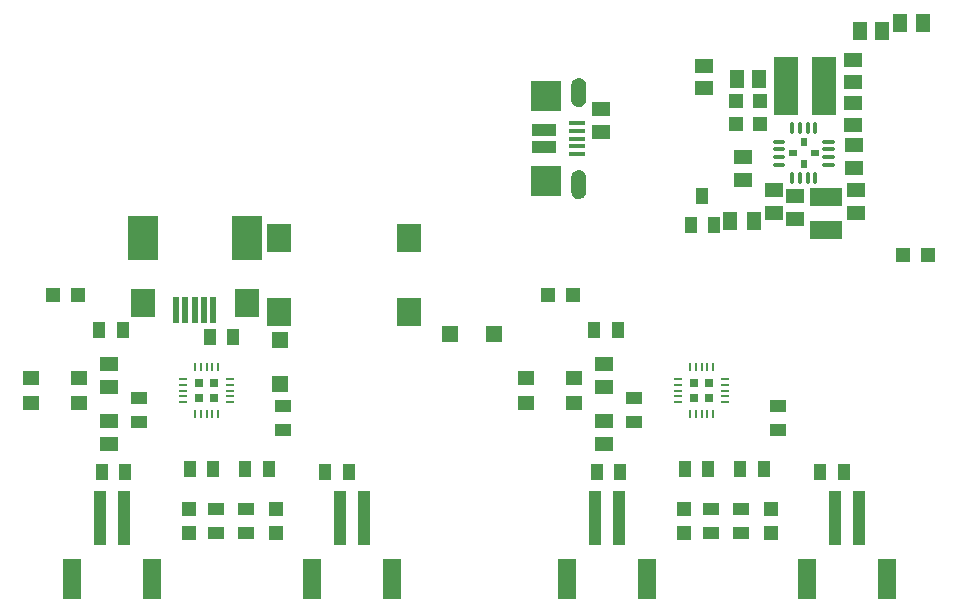
<source format=gtp>
G75*
%MOIN*%
%OFA0B0*%
%FSLAX25Y25*%
%IPPOS*%
%LPD*%
%AMOC8*
5,1,8,0,0,1.08239X$1,22.5*
%
%ADD10R,0.02874X0.01102*%
%ADD11R,0.01102X0.02874*%
%ADD12R,0.02953X0.02953*%
%ADD13R,0.04331X0.05512*%
%ADD14R,0.04724X0.04724*%
%ADD15R,0.05512X0.04331*%
%ADD16R,0.03937X0.18110*%
%ADD17R,0.06299X0.13386*%
%ADD18R,0.05512X0.04724*%
%ADD19R,0.07874X0.09449*%
%ADD20R,0.01969X0.09087*%
%ADD21R,0.10000X0.15000*%
%ADD22R,0.05512X0.05512*%
%ADD23R,0.06299X0.05118*%
%ADD24C,0.01378*%
%ADD25R,0.02362X0.02756*%
%ADD26R,0.02756X0.02362*%
%ADD27R,0.07874X0.19685*%
%ADD28R,0.05118X0.05906*%
%ADD29R,0.05906X0.05118*%
%ADD30R,0.04724X0.05906*%
%ADD31R,0.04724X0.05118*%
%ADD32R,0.03937X0.05512*%
%ADD33R,0.10630X0.06299*%
%ADD34R,0.05315X0.01575*%
%ADD35R,0.07874X0.03937*%
%ADD36R,0.09843X0.09843*%
%ADD37C,0.00500*%
D10*
X0075264Y0102853D03*
X0075264Y0104822D03*
X0075264Y0106790D03*
X0075264Y0108759D03*
X0075264Y0110727D03*
X0090736Y0110727D03*
X0090736Y0108759D03*
X0090736Y0106790D03*
X0090736Y0104822D03*
X0090736Y0102853D03*
X0240264Y0102853D03*
X0240264Y0104822D03*
X0240264Y0106790D03*
X0240264Y0108759D03*
X0240264Y0110727D03*
X0255736Y0110727D03*
X0255736Y0108759D03*
X0255736Y0106790D03*
X0255736Y0104822D03*
X0255736Y0102853D03*
D11*
X0251937Y0099054D03*
X0249969Y0099054D03*
X0248000Y0099054D03*
X0246031Y0099054D03*
X0244063Y0099054D03*
X0244063Y0114526D03*
X0246031Y0114526D03*
X0248000Y0114526D03*
X0249969Y0114526D03*
X0251937Y0114526D03*
X0086937Y0114526D03*
X0084969Y0114526D03*
X0083000Y0114526D03*
X0081031Y0114526D03*
X0079063Y0114526D03*
X0079063Y0099054D03*
X0081031Y0099054D03*
X0083000Y0099054D03*
X0084969Y0099054D03*
X0086937Y0099054D03*
D12*
X0085461Y0104330D03*
X0080539Y0104330D03*
X0080539Y0109251D03*
X0085461Y0109251D03*
X0245539Y0109251D03*
X0245539Y0104330D03*
X0250461Y0104330D03*
X0250461Y0109251D03*
D13*
X0220000Y0127034D03*
X0212126Y0127034D03*
X0213063Y0079790D03*
X0220937Y0079790D03*
X0242311Y0080601D03*
X0250185Y0080601D03*
X0260874Y0080601D03*
X0268748Y0080601D03*
X0287563Y0079790D03*
X0295437Y0079790D03*
X0130437Y0079790D03*
X0122563Y0079790D03*
X0103748Y0080601D03*
X0095874Y0080601D03*
X0085185Y0080601D03*
X0077311Y0080601D03*
X0055937Y0079790D03*
X0048063Y0079790D03*
X0084063Y0124790D03*
X0091937Y0124790D03*
X0055000Y0127034D03*
X0047126Y0127034D03*
D14*
X0040197Y0138534D03*
X0031929Y0138534D03*
X0077000Y0067424D03*
X0077000Y0059156D03*
X0106000Y0059156D03*
X0106000Y0067424D03*
X0196929Y0138534D03*
X0205197Y0138534D03*
X0242000Y0067424D03*
X0242000Y0059156D03*
X0271000Y0059156D03*
X0271000Y0067424D03*
X0315134Y0151916D03*
X0323402Y0151916D03*
D15*
X0273500Y0101538D03*
X0273500Y0093664D03*
X0261000Y0067227D03*
X0261000Y0059353D03*
X0251000Y0059353D03*
X0251000Y0067227D03*
X0225500Y0096475D03*
X0225500Y0104349D03*
X0108500Y0101538D03*
X0108500Y0093664D03*
X0096000Y0067227D03*
X0096000Y0059353D03*
X0086000Y0059353D03*
X0086000Y0067227D03*
X0060500Y0096475D03*
X0060500Y0104349D03*
D16*
X0055437Y0064357D03*
X0047563Y0064357D03*
X0127563Y0064357D03*
X0135437Y0064357D03*
X0212563Y0064357D03*
X0220437Y0064357D03*
X0292563Y0064357D03*
X0300437Y0064357D03*
D17*
X0038114Y0043885D03*
X0064886Y0043885D03*
X0118114Y0043885D03*
X0144886Y0043885D03*
X0203114Y0043885D03*
X0229886Y0043885D03*
X0283114Y0043885D03*
X0309886Y0043885D03*
D18*
X0205500Y0102753D03*
X0205500Y0110827D03*
X0189500Y0110827D03*
X0189500Y0102753D03*
X0040500Y0102753D03*
X0040500Y0110827D03*
X0024500Y0110827D03*
X0024500Y0102753D03*
D19*
X0061677Y0136011D03*
X0096323Y0136011D03*
X0107240Y0133117D03*
X0107240Y0157526D03*
X0150547Y0157526D03*
X0150547Y0133117D03*
D20*
X0085299Y0133790D03*
X0082150Y0133790D03*
X0079000Y0133790D03*
X0075850Y0133790D03*
X0072701Y0133790D03*
D21*
X0061677Y0157664D03*
X0096323Y0157664D03*
D22*
X0107500Y0123574D03*
X0107500Y0109007D03*
X0164217Y0125790D03*
X0178783Y0125790D03*
D23*
X0215500Y0115530D03*
X0215500Y0108050D03*
X0215500Y0096530D03*
X0215500Y0089050D03*
X0050500Y0089050D03*
X0050500Y0096530D03*
X0050500Y0108050D03*
X0050500Y0115530D03*
D24*
X0272409Y0182133D02*
X0275165Y0182133D01*
X0275165Y0184692D02*
X0272409Y0184692D01*
X0272409Y0187251D02*
X0275165Y0187251D01*
X0275165Y0189810D02*
X0272409Y0189810D01*
X0278217Y0192861D02*
X0278217Y0195617D01*
X0280776Y0195617D02*
X0280776Y0192861D01*
X0283335Y0192861D02*
X0283335Y0195617D01*
X0285894Y0195617D02*
X0285894Y0192861D01*
X0288945Y0189810D02*
X0291701Y0189810D01*
X0291701Y0187251D02*
X0288945Y0187251D01*
X0288945Y0184692D02*
X0291701Y0184692D01*
X0291701Y0182133D02*
X0288945Y0182133D01*
X0285894Y0179082D02*
X0285894Y0176326D01*
X0283335Y0176326D02*
X0283335Y0179082D01*
X0280776Y0179082D02*
X0280776Y0176326D01*
X0278217Y0176326D02*
X0278217Y0179082D01*
D25*
X0282055Y0182231D03*
X0282055Y0189712D03*
D26*
X0285795Y0185971D03*
X0278315Y0185971D03*
D27*
X0276272Y0208404D03*
X0288870Y0208404D03*
D28*
X0267240Y0210790D03*
X0259760Y0210790D03*
X0300760Y0226790D03*
X0308240Y0226790D03*
X0314260Y0229290D03*
X0321740Y0229290D03*
D29*
X0298500Y0217030D03*
X0298500Y0209550D03*
X0298626Y0202771D03*
X0298626Y0195290D03*
X0298697Y0188534D03*
X0298697Y0181054D03*
X0299500Y0173530D03*
X0299500Y0166050D03*
X0279000Y0164050D03*
X0272000Y0166050D03*
X0279000Y0171530D03*
X0272000Y0173530D03*
X0261870Y0177046D03*
X0261870Y0184526D03*
X0248874Y0207495D03*
X0248874Y0214975D03*
X0214500Y0200530D03*
X0214500Y0193050D03*
D30*
X0257366Y0163290D03*
X0265634Y0163290D03*
D31*
X0267500Y0195790D03*
X0259500Y0195790D03*
X0259500Y0203290D03*
X0267500Y0203290D03*
D32*
X0248300Y0171515D03*
X0244560Y0162066D03*
X0252040Y0162066D03*
D33*
X0289500Y0160278D03*
X0289500Y0171302D03*
D34*
X0206551Y0185672D03*
X0206551Y0188231D03*
X0206551Y0190790D03*
X0206551Y0193349D03*
X0206551Y0195908D03*
D35*
X0195626Y0193743D03*
X0195626Y0187838D03*
D36*
X0196020Y0176617D03*
X0196020Y0204963D03*
D37*
X0204878Y0204771D02*
X0209209Y0204771D01*
X0209209Y0205269D02*
X0204878Y0205269D01*
X0204878Y0205768D02*
X0209209Y0205768D01*
X0209209Y0206266D02*
X0204878Y0206266D01*
X0204878Y0206765D02*
X0209209Y0206765D01*
X0209209Y0207263D02*
X0204878Y0207263D01*
X0204878Y0207762D02*
X0209209Y0207762D01*
X0209209Y0208260D02*
X0204878Y0208260D01*
X0204878Y0208310D02*
X0204878Y0203979D01*
X0204902Y0203536D01*
X0205013Y0203105D01*
X0205205Y0202705D01*
X0205471Y0202350D01*
X0205802Y0202053D01*
X0206184Y0201827D01*
X0206604Y0201680D01*
X0207043Y0201617D01*
X0207545Y0201696D01*
X0208016Y0201884D01*
X0208433Y0202172D01*
X0208776Y0202546D01*
X0209027Y0202987D01*
X0209174Y0203473D01*
X0209209Y0203979D01*
X0209209Y0208310D01*
X0209184Y0208753D01*
X0209074Y0209184D01*
X0208882Y0209584D01*
X0208615Y0209940D01*
X0208284Y0210236D01*
X0207902Y0210462D01*
X0207483Y0210609D01*
X0207043Y0210672D01*
X0206604Y0210609D01*
X0206184Y0210462D01*
X0205802Y0210236D01*
X0205471Y0209940D01*
X0205205Y0209584D01*
X0205013Y0209184D01*
X0204902Y0208753D01*
X0204878Y0208310D01*
X0204904Y0208759D02*
X0209183Y0208759D01*
X0209039Y0209257D02*
X0205048Y0209257D01*
X0205334Y0209756D02*
X0208753Y0209756D01*
X0208253Y0210254D02*
X0205833Y0210254D01*
X0204878Y0204272D02*
X0209209Y0204272D01*
X0209195Y0203774D02*
X0204889Y0203774D01*
X0204969Y0203275D02*
X0209114Y0203275D01*
X0208907Y0202777D02*
X0205170Y0202777D01*
X0205551Y0202278D02*
X0208530Y0202278D01*
X0207755Y0201780D02*
X0206319Y0201780D01*
X0207043Y0179963D02*
X0207483Y0179901D01*
X0207902Y0179754D01*
X0208284Y0179527D01*
X0208615Y0179231D01*
X0208882Y0178876D01*
X0209074Y0178475D01*
X0209184Y0178045D01*
X0209209Y0177601D01*
X0209209Y0173271D01*
X0209174Y0172764D01*
X0209027Y0172279D01*
X0208776Y0171838D01*
X0208433Y0171464D01*
X0208016Y0171175D01*
X0207545Y0170987D01*
X0207043Y0170908D01*
X0206604Y0170971D01*
X0206184Y0171118D01*
X0205802Y0171345D01*
X0205471Y0171641D01*
X0205205Y0171996D01*
X0205013Y0172397D01*
X0204902Y0172827D01*
X0204878Y0173271D01*
X0204878Y0177601D01*
X0204902Y0178045D01*
X0205013Y0178475D01*
X0205205Y0178876D01*
X0205471Y0179231D01*
X0205802Y0179527D01*
X0206184Y0179754D01*
X0206604Y0179901D01*
X0207043Y0179963D01*
X0206445Y0179845D02*
X0207641Y0179845D01*
X0208486Y0179347D02*
X0205601Y0179347D01*
X0205192Y0178848D02*
X0208895Y0178848D01*
X0209106Y0178350D02*
X0204980Y0178350D01*
X0204892Y0177851D02*
X0209195Y0177851D01*
X0209209Y0177353D02*
X0204878Y0177353D01*
X0204878Y0176854D02*
X0209209Y0176854D01*
X0209209Y0176356D02*
X0204878Y0176356D01*
X0204878Y0175857D02*
X0209209Y0175857D01*
X0209209Y0175359D02*
X0204878Y0175359D01*
X0204878Y0174860D02*
X0209209Y0174860D01*
X0209209Y0174362D02*
X0204878Y0174362D01*
X0204878Y0173863D02*
X0209209Y0173863D01*
X0209209Y0173365D02*
X0204878Y0173365D01*
X0204900Y0172866D02*
X0209181Y0172866D01*
X0209054Y0172367D02*
X0205027Y0172367D01*
X0205300Y0171869D02*
X0208794Y0171869D01*
X0208298Y0171370D02*
X0205773Y0171370D01*
M02*

</source>
